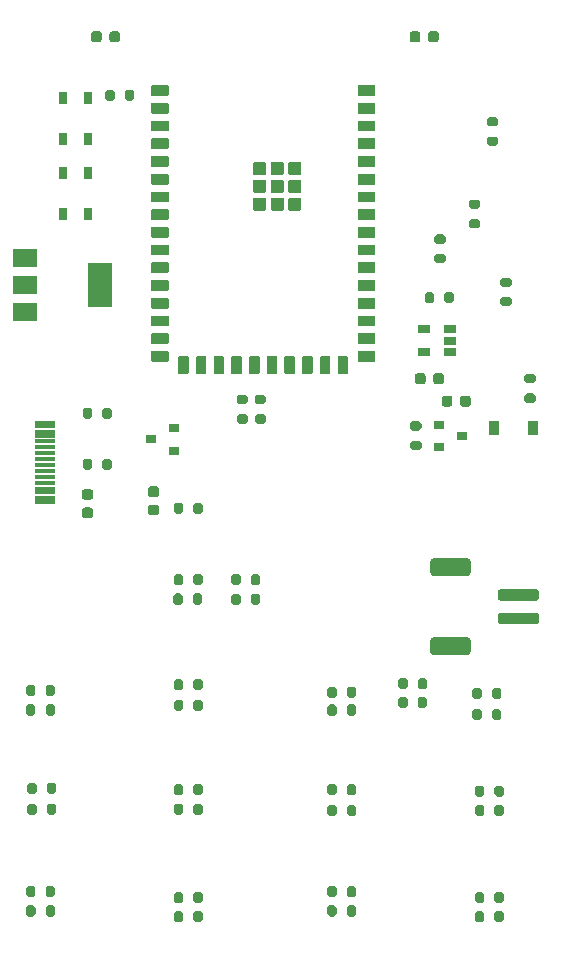
<source format=gbr>
%TF.GenerationSoftware,KiCad,Pcbnew,(5.1.12)-1*%
%TF.CreationDate,2022-08-12T17:27:40+02:00*%
%TF.ProjectId,upitchuS2,75706974-6368-4755-9332-2e6b69636164,1.1*%
%TF.SameCoordinates,Original*%
%TF.FileFunction,Paste,Bot*%
%TF.FilePolarity,Positive*%
%FSLAX46Y46*%
G04 Gerber Fmt 4.6, Leading zero omitted, Abs format (unit mm)*
G04 Created by KiCad (PCBNEW (5.1.12)-1) date 2022-08-12 17:27:40*
%MOMM*%
%LPD*%
G01*
G04 APERTURE LIST*
%ADD10R,0.900000X1.200000*%
%ADD11R,0.900000X0.800000*%
%ADD12R,0.650000X1.050000*%
%ADD13R,1.060000X0.650000*%
%ADD14R,1.750000X0.300000*%
%ADD15R,2.000000X3.800000*%
%ADD16R,2.000000X1.500000*%
G04 APERTURE END LIST*
D10*
%TO.C,D3*%
X130683000Y-87630000D03*
X127383000Y-87630000D03*
%TD*%
D11*
%TO.C,D2*%
X100330000Y-87630000D03*
X100330000Y-89530000D03*
X98330000Y-88580000D03*
%TD*%
D12*
%TO.C,SW2*%
X90900000Y-66000000D03*
X90900000Y-69465000D03*
X93000000Y-66000000D03*
X93000000Y-69465000D03*
%TD*%
D13*
%TO.C,U1*%
X121500000Y-79270000D03*
X121500000Y-81170000D03*
X123700000Y-81170000D03*
X123700000Y-80220000D03*
X123700000Y-79270000D03*
%TD*%
D11*
%TO.C,Q1*%
X122700000Y-89220000D03*
X122700000Y-87320000D03*
X124700000Y-88270000D03*
%TD*%
D12*
%TO.C,SW1*%
X93000000Y-63114000D03*
X93000000Y-59649000D03*
X90900000Y-63114000D03*
X90900000Y-59649000D03*
%TD*%
D14*
%TO.C,J101*%
X89350000Y-90250000D03*
X89350000Y-89750000D03*
X89350000Y-89250000D03*
X89350000Y-88750000D03*
X89350000Y-91250000D03*
X89350000Y-92250000D03*
X89350000Y-91750000D03*
X89350000Y-90750000D03*
X89350000Y-93850000D03*
X89350000Y-93550000D03*
X89350000Y-93050000D03*
X89350000Y-92750000D03*
X89350000Y-87950000D03*
X89350000Y-88250000D03*
X89350000Y-87450000D03*
X89350000Y-87150000D03*
%TD*%
D15*
%TO.C,U101*%
X94000000Y-75500000D03*
D16*
X87700000Y-75500000D03*
X87700000Y-73200000D03*
X87700000Y-77800000D03*
%TD*%
%TO.C,J1*%
G36*
G01*
X130950000Y-104250000D02*
X127950000Y-104250000D01*
G75*
G02*
X127700000Y-104000000I0J250000D01*
G01*
X127700000Y-103500000D01*
G75*
G02*
X127950000Y-103250000I250000J0D01*
G01*
X130950000Y-103250000D01*
G75*
G02*
X131200000Y-103500000I0J-250000D01*
G01*
X131200000Y-104000000D01*
G75*
G02*
X130950000Y-104250000I-250000J0D01*
G01*
G37*
G36*
G01*
X130950000Y-102250000D02*
X127950000Y-102250000D01*
G75*
G02*
X127700000Y-102000000I0J250000D01*
G01*
X127700000Y-101500000D01*
G75*
G02*
X127950000Y-101250000I250000J0D01*
G01*
X130950000Y-101250000D01*
G75*
G02*
X131200000Y-101500000I0J-250000D01*
G01*
X131200000Y-102000000D01*
G75*
G02*
X130950000Y-102250000I-250000J0D01*
G01*
G37*
G36*
G01*
X125150000Y-106850000D02*
X122250000Y-106850000D01*
G75*
G02*
X122000000Y-106600000I0J250000D01*
G01*
X122000000Y-105600000D01*
G75*
G02*
X122250000Y-105350000I250000J0D01*
G01*
X125150000Y-105350000D01*
G75*
G02*
X125400000Y-105600000I0J-250000D01*
G01*
X125400000Y-106600000D01*
G75*
G02*
X125150000Y-106850000I-250000J0D01*
G01*
G37*
G36*
G01*
X125150000Y-100150000D02*
X122250000Y-100150000D01*
G75*
G02*
X122000000Y-99900000I0J250000D01*
G01*
X122000000Y-98900000D01*
G75*
G02*
X122250000Y-98650000I250000J0D01*
G01*
X125150000Y-98650000D01*
G75*
G02*
X125400000Y-98900000I0J-250000D01*
G01*
X125400000Y-99900000D01*
G75*
G02*
X125150000Y-100150000I-250000J0D01*
G01*
G37*
%TD*%
%TO.C,C1*%
G36*
G01*
X92722000Y-92795000D02*
X93222000Y-92795000D01*
G75*
G02*
X93447000Y-93020000I0J-225000D01*
G01*
X93447000Y-93470000D01*
G75*
G02*
X93222000Y-93695000I-225000J0D01*
G01*
X92722000Y-93695000D01*
G75*
G02*
X92497000Y-93470000I0J225000D01*
G01*
X92497000Y-93020000D01*
G75*
G02*
X92722000Y-92795000I225000J0D01*
G01*
G37*
G36*
G01*
X92722000Y-94345000D02*
X93222000Y-94345000D01*
G75*
G02*
X93447000Y-94570000I0J-225000D01*
G01*
X93447000Y-95020000D01*
G75*
G02*
X93222000Y-95245000I-225000J0D01*
G01*
X92722000Y-95245000D01*
G75*
G02*
X92497000Y-95020000I0J225000D01*
G01*
X92497000Y-94570000D01*
G75*
G02*
X92722000Y-94345000I225000J0D01*
G01*
G37*
%TD*%
%TO.C,C6*%
G36*
G01*
X124518000Y-85594000D02*
X124518000Y-85094000D01*
G75*
G02*
X124743000Y-84869000I225000J0D01*
G01*
X125193000Y-84869000D01*
G75*
G02*
X125418000Y-85094000I0J-225000D01*
G01*
X125418000Y-85594000D01*
G75*
G02*
X125193000Y-85819000I-225000J0D01*
G01*
X124743000Y-85819000D01*
G75*
G02*
X124518000Y-85594000I0J225000D01*
G01*
G37*
G36*
G01*
X122968000Y-85594000D02*
X122968000Y-85094000D01*
G75*
G02*
X123193000Y-84869000I225000J0D01*
G01*
X123643000Y-84869000D01*
G75*
G02*
X123868000Y-85094000I0J-225000D01*
G01*
X123868000Y-85594000D01*
G75*
G02*
X123643000Y-85819000I-225000J0D01*
G01*
X123193000Y-85819000D01*
G75*
G02*
X122968000Y-85594000I0J225000D01*
G01*
G37*
%TD*%
%TO.C,C8*%
G36*
G01*
X98810000Y-93461000D02*
X98310000Y-93461000D01*
G75*
G02*
X98085000Y-93236000I0J225000D01*
G01*
X98085000Y-92786000D01*
G75*
G02*
X98310000Y-92561000I225000J0D01*
G01*
X98810000Y-92561000D01*
G75*
G02*
X99035000Y-92786000I0J-225000D01*
G01*
X99035000Y-93236000D01*
G75*
G02*
X98810000Y-93461000I-225000J0D01*
G01*
G37*
G36*
G01*
X98810000Y-95011000D02*
X98310000Y-95011000D01*
G75*
G02*
X98085000Y-94786000I0J225000D01*
G01*
X98085000Y-94336000D01*
G75*
G02*
X98310000Y-94111000I225000J0D01*
G01*
X98810000Y-94111000D01*
G75*
G02*
X99035000Y-94336000I0J-225000D01*
G01*
X99035000Y-94786000D01*
G75*
G02*
X98810000Y-95011000I-225000J0D01*
G01*
G37*
%TD*%
%TO.C,C9*%
G36*
G01*
X120691000Y-83699000D02*
X120691000Y-83199000D01*
G75*
G02*
X120916000Y-82974000I225000J0D01*
G01*
X121366000Y-82974000D01*
G75*
G02*
X121591000Y-83199000I0J-225000D01*
G01*
X121591000Y-83699000D01*
G75*
G02*
X121366000Y-83924000I-225000J0D01*
G01*
X120916000Y-83924000D01*
G75*
G02*
X120691000Y-83699000I0J225000D01*
G01*
G37*
G36*
G01*
X122241000Y-83699000D02*
X122241000Y-83199000D01*
G75*
G02*
X122466000Y-82974000I225000J0D01*
G01*
X122916000Y-82974000D01*
G75*
G02*
X123141000Y-83199000I0J-225000D01*
G01*
X123141000Y-83699000D01*
G75*
G02*
X122916000Y-83924000I-225000J0D01*
G01*
X122466000Y-83924000D01*
G75*
G02*
X122241000Y-83699000I0J225000D01*
G01*
G37*
%TD*%
%TO.C,C101*%
G36*
G01*
X95725000Y-54250000D02*
X95725000Y-54750000D01*
G75*
G02*
X95500000Y-54975000I-225000J0D01*
G01*
X95050000Y-54975000D01*
G75*
G02*
X94825000Y-54750000I0J225000D01*
G01*
X94825000Y-54250000D01*
G75*
G02*
X95050000Y-54025000I225000J0D01*
G01*
X95500000Y-54025000D01*
G75*
G02*
X95725000Y-54250000I0J-225000D01*
G01*
G37*
G36*
G01*
X94175000Y-54250000D02*
X94175000Y-54750000D01*
G75*
G02*
X93950000Y-54975000I-225000J0D01*
G01*
X93500000Y-54975000D01*
G75*
G02*
X93275000Y-54750000I0J225000D01*
G01*
X93275000Y-54250000D01*
G75*
G02*
X93500000Y-54025000I225000J0D01*
G01*
X93950000Y-54025000D01*
G75*
G02*
X94175000Y-54250000I0J-225000D01*
G01*
G37*
%TD*%
%TO.C,C102*%
G36*
G01*
X121155000Y-54250000D02*
X121155000Y-54750000D01*
G75*
G02*
X120930000Y-54975000I-225000J0D01*
G01*
X120480000Y-54975000D01*
G75*
G02*
X120255000Y-54750000I0J225000D01*
G01*
X120255000Y-54250000D01*
G75*
G02*
X120480000Y-54025000I225000J0D01*
G01*
X120930000Y-54025000D01*
G75*
G02*
X121155000Y-54250000I0J-225000D01*
G01*
G37*
G36*
G01*
X122705000Y-54250000D02*
X122705000Y-54750000D01*
G75*
G02*
X122480000Y-54975000I-225000J0D01*
G01*
X122030000Y-54975000D01*
G75*
G02*
X121805000Y-54750000I0J225000D01*
G01*
X121805000Y-54250000D01*
G75*
G02*
X122030000Y-54025000I225000J0D01*
G01*
X122480000Y-54025000D01*
G75*
G02*
X122705000Y-54250000I0J-225000D01*
G01*
G37*
%TD*%
%TO.C,R1*%
G36*
G01*
X121521000Y-76856000D02*
X121521000Y-76306000D01*
G75*
G02*
X121721000Y-76106000I200000J0D01*
G01*
X122121000Y-76106000D01*
G75*
G02*
X122321000Y-76306000I0J-200000D01*
G01*
X122321000Y-76856000D01*
G75*
G02*
X122121000Y-77056000I-200000J0D01*
G01*
X121721000Y-77056000D01*
G75*
G02*
X121521000Y-76856000I0J200000D01*
G01*
G37*
G36*
G01*
X123171000Y-76856000D02*
X123171000Y-76306000D01*
G75*
G02*
X123371000Y-76106000I200000J0D01*
G01*
X123771000Y-76106000D01*
G75*
G02*
X123971000Y-76306000I0J-200000D01*
G01*
X123971000Y-76856000D01*
G75*
G02*
X123771000Y-77056000I-200000J0D01*
G01*
X123371000Y-77056000D01*
G75*
G02*
X123171000Y-76856000I0J200000D01*
G01*
G37*
%TD*%
%TO.C,R2*%
G36*
G01*
X100285000Y-94675000D02*
X100285000Y-94125000D01*
G75*
G02*
X100485000Y-93925000I200000J0D01*
G01*
X100885000Y-93925000D01*
G75*
G02*
X101085000Y-94125000I0J-200000D01*
G01*
X101085000Y-94675000D01*
G75*
G02*
X100885000Y-94875000I-200000J0D01*
G01*
X100485000Y-94875000D01*
G75*
G02*
X100285000Y-94675000I0J200000D01*
G01*
G37*
G36*
G01*
X101935000Y-94675000D02*
X101935000Y-94125000D01*
G75*
G02*
X102135000Y-93925000I200000J0D01*
G01*
X102535000Y-93925000D01*
G75*
G02*
X102735000Y-94125000I0J-200000D01*
G01*
X102735000Y-94675000D01*
G75*
G02*
X102535000Y-94875000I-200000J0D01*
G01*
X102135000Y-94875000D01*
G75*
G02*
X101935000Y-94675000I0J200000D01*
G01*
G37*
%TD*%
%TO.C,R3*%
G36*
G01*
X95270000Y-59161000D02*
X95270000Y-59711000D01*
G75*
G02*
X95070000Y-59911000I-200000J0D01*
G01*
X94670000Y-59911000D01*
G75*
G02*
X94470000Y-59711000I0J200000D01*
G01*
X94470000Y-59161000D01*
G75*
G02*
X94670000Y-58961000I200000J0D01*
G01*
X95070000Y-58961000D01*
G75*
G02*
X95270000Y-59161000I0J-200000D01*
G01*
G37*
G36*
G01*
X96920000Y-59161000D02*
X96920000Y-59711000D01*
G75*
G02*
X96720000Y-59911000I-200000J0D01*
G01*
X96320000Y-59911000D01*
G75*
G02*
X96120000Y-59711000I0J200000D01*
G01*
X96120000Y-59161000D01*
G75*
G02*
X96320000Y-58961000I200000J0D01*
G01*
X96720000Y-58961000D01*
G75*
G02*
X96920000Y-59161000I0J-200000D01*
G01*
G37*
%TD*%
%TO.C,R4*%
G36*
G01*
X107873000Y-87234000D02*
X107323000Y-87234000D01*
G75*
G02*
X107123000Y-87034000I0J200000D01*
G01*
X107123000Y-86634000D01*
G75*
G02*
X107323000Y-86434000I200000J0D01*
G01*
X107873000Y-86434000D01*
G75*
G02*
X108073000Y-86634000I0J-200000D01*
G01*
X108073000Y-87034000D01*
G75*
G02*
X107873000Y-87234000I-200000J0D01*
G01*
G37*
G36*
G01*
X107873000Y-85584000D02*
X107323000Y-85584000D01*
G75*
G02*
X107123000Y-85384000I0J200000D01*
G01*
X107123000Y-84984000D01*
G75*
G02*
X107323000Y-84784000I200000J0D01*
G01*
X107873000Y-84784000D01*
G75*
G02*
X108073000Y-84984000I0J-200000D01*
G01*
X108073000Y-85384000D01*
G75*
G02*
X107873000Y-85584000I-200000J0D01*
G01*
G37*
%TD*%
%TO.C,R5*%
G36*
G01*
X106349000Y-85584000D02*
X105799000Y-85584000D01*
G75*
G02*
X105599000Y-85384000I0J200000D01*
G01*
X105599000Y-84984000D01*
G75*
G02*
X105799000Y-84784000I200000J0D01*
G01*
X106349000Y-84784000D01*
G75*
G02*
X106549000Y-84984000I0J-200000D01*
G01*
X106549000Y-85384000D01*
G75*
G02*
X106349000Y-85584000I-200000J0D01*
G01*
G37*
G36*
G01*
X106349000Y-87234000D02*
X105799000Y-87234000D01*
G75*
G02*
X105599000Y-87034000I0J200000D01*
G01*
X105599000Y-86634000D01*
G75*
G02*
X105799000Y-86434000I200000J0D01*
G01*
X106349000Y-86434000D01*
G75*
G02*
X106549000Y-86634000I0J-200000D01*
G01*
X106549000Y-87034000D01*
G75*
G02*
X106349000Y-87234000I-200000J0D01*
G01*
G37*
%TD*%
%TO.C,R6*%
G36*
G01*
X123084000Y-72029000D02*
X122534000Y-72029000D01*
G75*
G02*
X122334000Y-71829000I0J200000D01*
G01*
X122334000Y-71429000D01*
G75*
G02*
X122534000Y-71229000I200000J0D01*
G01*
X123084000Y-71229000D01*
G75*
G02*
X123284000Y-71429000I0J-200000D01*
G01*
X123284000Y-71829000D01*
G75*
G02*
X123084000Y-72029000I-200000J0D01*
G01*
G37*
G36*
G01*
X123084000Y-73679000D02*
X122534000Y-73679000D01*
G75*
G02*
X122334000Y-73479000I0J200000D01*
G01*
X122334000Y-73079000D01*
G75*
G02*
X122534000Y-72879000I200000J0D01*
G01*
X123084000Y-72879000D01*
G75*
G02*
X123284000Y-73079000I0J-200000D01*
G01*
X123284000Y-73479000D01*
G75*
G02*
X123084000Y-73679000I-200000J0D01*
G01*
G37*
%TD*%
%TO.C,R9*%
G36*
G01*
X130704000Y-83839000D02*
X130154000Y-83839000D01*
G75*
G02*
X129954000Y-83639000I0J200000D01*
G01*
X129954000Y-83239000D01*
G75*
G02*
X130154000Y-83039000I200000J0D01*
G01*
X130704000Y-83039000D01*
G75*
G02*
X130904000Y-83239000I0J-200000D01*
G01*
X130904000Y-83639000D01*
G75*
G02*
X130704000Y-83839000I-200000J0D01*
G01*
G37*
G36*
G01*
X130704000Y-85489000D02*
X130154000Y-85489000D01*
G75*
G02*
X129954000Y-85289000I0J200000D01*
G01*
X129954000Y-84889000D01*
G75*
G02*
X130154000Y-84689000I200000J0D01*
G01*
X130704000Y-84689000D01*
G75*
G02*
X130904000Y-84889000I0J-200000D01*
G01*
X130904000Y-85289000D01*
G75*
G02*
X130704000Y-85489000I-200000J0D01*
G01*
G37*
%TD*%
%TO.C,R14*%
G36*
G01*
X125463000Y-69923000D02*
X126013000Y-69923000D01*
G75*
G02*
X126213000Y-70123000I0J-200000D01*
G01*
X126213000Y-70523000D01*
G75*
G02*
X126013000Y-70723000I-200000J0D01*
G01*
X125463000Y-70723000D01*
G75*
G02*
X125263000Y-70523000I0J200000D01*
G01*
X125263000Y-70123000D01*
G75*
G02*
X125463000Y-69923000I200000J0D01*
G01*
G37*
G36*
G01*
X125463000Y-68273000D02*
X126013000Y-68273000D01*
G75*
G02*
X126213000Y-68473000I0J-200000D01*
G01*
X126213000Y-68873000D01*
G75*
G02*
X126013000Y-69073000I-200000J0D01*
G01*
X125463000Y-69073000D01*
G75*
G02*
X125263000Y-68873000I0J200000D01*
G01*
X125263000Y-68473000D01*
G75*
G02*
X125463000Y-68273000I200000J0D01*
G01*
G37*
%TD*%
%TO.C,R16*%
G36*
G01*
X128130000Y-76525000D02*
X128680000Y-76525000D01*
G75*
G02*
X128880000Y-76725000I0J-200000D01*
G01*
X128880000Y-77125000D01*
G75*
G02*
X128680000Y-77325000I-200000J0D01*
G01*
X128130000Y-77325000D01*
G75*
G02*
X127930000Y-77125000I0J200000D01*
G01*
X127930000Y-76725000D01*
G75*
G02*
X128130000Y-76525000I200000J0D01*
G01*
G37*
G36*
G01*
X128130000Y-74875000D02*
X128680000Y-74875000D01*
G75*
G02*
X128880000Y-75075000I0J-200000D01*
G01*
X128880000Y-75475000D01*
G75*
G02*
X128680000Y-75675000I-200000J0D01*
G01*
X128130000Y-75675000D01*
G75*
G02*
X127930000Y-75475000I0J200000D01*
G01*
X127930000Y-75075000D01*
G75*
G02*
X128130000Y-74875000I200000J0D01*
G01*
G37*
%TD*%
%TO.C,R17*%
G36*
G01*
X127537000Y-63736000D02*
X126987000Y-63736000D01*
G75*
G02*
X126787000Y-63536000I0J200000D01*
G01*
X126787000Y-63136000D01*
G75*
G02*
X126987000Y-62936000I200000J0D01*
G01*
X127537000Y-62936000D01*
G75*
G02*
X127737000Y-63136000I0J-200000D01*
G01*
X127737000Y-63536000D01*
G75*
G02*
X127537000Y-63736000I-200000J0D01*
G01*
G37*
G36*
G01*
X127537000Y-62086000D02*
X126987000Y-62086000D01*
G75*
G02*
X126787000Y-61886000I0J200000D01*
G01*
X126787000Y-61486000D01*
G75*
G02*
X126987000Y-61286000I200000J0D01*
G01*
X127537000Y-61286000D01*
G75*
G02*
X127737000Y-61486000I0J-200000D01*
G01*
X127737000Y-61886000D01*
G75*
G02*
X127537000Y-62086000I-200000J0D01*
G01*
G37*
%TD*%
%TO.C,R19*%
G36*
G01*
X121052000Y-89495000D02*
X120502000Y-89495000D01*
G75*
G02*
X120302000Y-89295000I0J200000D01*
G01*
X120302000Y-88895000D01*
G75*
G02*
X120502000Y-88695000I200000J0D01*
G01*
X121052000Y-88695000D01*
G75*
G02*
X121252000Y-88895000I0J-200000D01*
G01*
X121252000Y-89295000D01*
G75*
G02*
X121052000Y-89495000I-200000J0D01*
G01*
G37*
G36*
G01*
X121052000Y-87845000D02*
X120502000Y-87845000D01*
G75*
G02*
X120302000Y-87645000I0J200000D01*
G01*
X120302000Y-87245000D01*
G75*
G02*
X120502000Y-87045000I200000J0D01*
G01*
X121052000Y-87045000D01*
G75*
G02*
X121252000Y-87245000I0J-200000D01*
G01*
X121252000Y-87645000D01*
G75*
G02*
X121052000Y-87845000I-200000J0D01*
G01*
G37*
%TD*%
%TO.C,R101*%
G36*
G01*
X89525000Y-120175000D02*
X89525000Y-119625000D01*
G75*
G02*
X89725000Y-119425000I200000J0D01*
G01*
X90125000Y-119425000D01*
G75*
G02*
X90325000Y-119625000I0J-200000D01*
G01*
X90325000Y-120175000D01*
G75*
G02*
X90125000Y-120375000I-200000J0D01*
G01*
X89725000Y-120375000D01*
G75*
G02*
X89525000Y-120175000I0J200000D01*
G01*
G37*
G36*
G01*
X87875000Y-120175000D02*
X87875000Y-119625000D01*
G75*
G02*
X88075000Y-119425000I200000J0D01*
G01*
X88475000Y-119425000D01*
G75*
G02*
X88675000Y-119625000I0J-200000D01*
G01*
X88675000Y-120175000D01*
G75*
G02*
X88475000Y-120375000I-200000J0D01*
G01*
X88075000Y-120375000D01*
G75*
G02*
X87875000Y-120175000I0J200000D01*
G01*
G37*
%TD*%
%TO.C,R102*%
G36*
G01*
X88565000Y-126598000D02*
X88565000Y-127148000D01*
G75*
G02*
X88365000Y-127348000I-200000J0D01*
G01*
X87965000Y-127348000D01*
G75*
G02*
X87765000Y-127148000I0J200000D01*
G01*
X87765000Y-126598000D01*
G75*
G02*
X87965000Y-126398000I200000J0D01*
G01*
X88365000Y-126398000D01*
G75*
G02*
X88565000Y-126598000I0J-200000D01*
G01*
G37*
G36*
G01*
X90215000Y-126598000D02*
X90215000Y-127148000D01*
G75*
G02*
X90015000Y-127348000I-200000J0D01*
G01*
X89615000Y-127348000D01*
G75*
G02*
X89415000Y-127148000I0J200000D01*
G01*
X89415000Y-126598000D01*
G75*
G02*
X89615000Y-126398000I200000J0D01*
G01*
X90015000Y-126398000D01*
G75*
G02*
X90215000Y-126598000I0J-200000D01*
G01*
G37*
%TD*%
%TO.C,R103*%
G36*
G01*
X89415000Y-111775000D02*
X89415000Y-111225000D01*
G75*
G02*
X89615000Y-111025000I200000J0D01*
G01*
X90015000Y-111025000D01*
G75*
G02*
X90215000Y-111225000I0J-200000D01*
G01*
X90215000Y-111775000D01*
G75*
G02*
X90015000Y-111975000I-200000J0D01*
G01*
X89615000Y-111975000D01*
G75*
G02*
X89415000Y-111775000I0J200000D01*
G01*
G37*
G36*
G01*
X87765000Y-111775000D02*
X87765000Y-111225000D01*
G75*
G02*
X87965000Y-111025000I200000J0D01*
G01*
X88365000Y-111025000D01*
G75*
G02*
X88565000Y-111225000I0J-200000D01*
G01*
X88565000Y-111775000D01*
G75*
G02*
X88365000Y-111975000I-200000J0D01*
G01*
X87965000Y-111975000D01*
G75*
G02*
X87765000Y-111775000I0J200000D01*
G01*
G37*
%TD*%
%TO.C,R104*%
G36*
G01*
X120915000Y-111146000D02*
X120915000Y-110596000D01*
G75*
G02*
X121115000Y-110396000I200000J0D01*
G01*
X121515000Y-110396000D01*
G75*
G02*
X121715000Y-110596000I0J-200000D01*
G01*
X121715000Y-111146000D01*
G75*
G02*
X121515000Y-111346000I-200000J0D01*
G01*
X121115000Y-111346000D01*
G75*
G02*
X120915000Y-111146000I0J200000D01*
G01*
G37*
G36*
G01*
X119265000Y-111146000D02*
X119265000Y-110596000D01*
G75*
G02*
X119465000Y-110396000I200000J0D01*
G01*
X119865000Y-110396000D01*
G75*
G02*
X120065000Y-110596000I0J-200000D01*
G01*
X120065000Y-111146000D01*
G75*
G02*
X119865000Y-111346000I-200000J0D01*
G01*
X119465000Y-111346000D01*
G75*
G02*
X119265000Y-111146000I0J200000D01*
G01*
G37*
%TD*%
%TO.C,R105*%
G36*
G01*
X90325000Y-117835000D02*
X90325000Y-118385000D01*
G75*
G02*
X90125000Y-118585000I-200000J0D01*
G01*
X89725000Y-118585000D01*
G75*
G02*
X89525000Y-118385000I0J200000D01*
G01*
X89525000Y-117835000D01*
G75*
G02*
X89725000Y-117635000I200000J0D01*
G01*
X90125000Y-117635000D01*
G75*
G02*
X90325000Y-117835000I0J-200000D01*
G01*
G37*
G36*
G01*
X88675000Y-117835000D02*
X88675000Y-118385000D01*
G75*
G02*
X88475000Y-118585000I-200000J0D01*
G01*
X88075000Y-118585000D01*
G75*
G02*
X87875000Y-118385000I0J200000D01*
G01*
X87875000Y-117835000D01*
G75*
G02*
X88075000Y-117635000I200000J0D01*
G01*
X88475000Y-117635000D01*
G75*
G02*
X88675000Y-117835000I0J-200000D01*
G01*
G37*
%TD*%
%TO.C,R106*%
G36*
G01*
X87775000Y-128775000D02*
X87775000Y-128225000D01*
G75*
G02*
X87975000Y-128025000I200000J0D01*
G01*
X88375000Y-128025000D01*
G75*
G02*
X88575000Y-128225000I0J-200000D01*
G01*
X88575000Y-128775000D01*
G75*
G02*
X88375000Y-128975000I-200000J0D01*
G01*
X87975000Y-128975000D01*
G75*
G02*
X87775000Y-128775000I0J200000D01*
G01*
G37*
G36*
G01*
X89425000Y-128775000D02*
X89425000Y-128225000D01*
G75*
G02*
X89625000Y-128025000I200000J0D01*
G01*
X90025000Y-128025000D01*
G75*
G02*
X90225000Y-128225000I0J-200000D01*
G01*
X90225000Y-128775000D01*
G75*
G02*
X90025000Y-128975000I-200000J0D01*
G01*
X89625000Y-128975000D01*
G75*
G02*
X89425000Y-128775000I0J200000D01*
G01*
G37*
%TD*%
%TO.C,R107*%
G36*
G01*
X90215000Y-109580000D02*
X90215000Y-110130000D01*
G75*
G02*
X90015000Y-110330000I-200000J0D01*
G01*
X89615000Y-110330000D01*
G75*
G02*
X89415000Y-110130000I0J200000D01*
G01*
X89415000Y-109580000D01*
G75*
G02*
X89615000Y-109380000I200000J0D01*
G01*
X90015000Y-109380000D01*
G75*
G02*
X90215000Y-109580000I0J-200000D01*
G01*
G37*
G36*
G01*
X88565000Y-109580000D02*
X88565000Y-110130000D01*
G75*
G02*
X88365000Y-110330000I-200000J0D01*
G01*
X87965000Y-110330000D01*
G75*
G02*
X87765000Y-110130000I0J200000D01*
G01*
X87765000Y-109580000D01*
G75*
G02*
X87965000Y-109380000I200000J0D01*
G01*
X88365000Y-109380000D01*
G75*
G02*
X88565000Y-109580000I0J-200000D01*
G01*
G37*
%TD*%
%TO.C,R108*%
G36*
G01*
X121735000Y-108987000D02*
X121735000Y-109537000D01*
G75*
G02*
X121535000Y-109737000I-200000J0D01*
G01*
X121135000Y-109737000D01*
G75*
G02*
X120935000Y-109537000I0J200000D01*
G01*
X120935000Y-108987000D01*
G75*
G02*
X121135000Y-108787000I200000J0D01*
G01*
X121535000Y-108787000D01*
G75*
G02*
X121735000Y-108987000I0J-200000D01*
G01*
G37*
G36*
G01*
X120085000Y-108987000D02*
X120085000Y-109537000D01*
G75*
G02*
X119885000Y-109737000I-200000J0D01*
G01*
X119485000Y-109737000D01*
G75*
G02*
X119285000Y-109537000I0J200000D01*
G01*
X119285000Y-108987000D01*
G75*
G02*
X119485000Y-108787000I200000J0D01*
G01*
X119885000Y-108787000D01*
G75*
G02*
X120085000Y-108987000I0J-200000D01*
G01*
G37*
%TD*%
%TO.C,R109*%
G36*
G01*
X101085000Y-117962000D02*
X101085000Y-118512000D01*
G75*
G02*
X100885000Y-118712000I-200000J0D01*
G01*
X100485000Y-118712000D01*
G75*
G02*
X100285000Y-118512000I0J200000D01*
G01*
X100285000Y-117962000D01*
G75*
G02*
X100485000Y-117762000I200000J0D01*
G01*
X100885000Y-117762000D01*
G75*
G02*
X101085000Y-117962000I0J-200000D01*
G01*
G37*
G36*
G01*
X102735000Y-117962000D02*
X102735000Y-118512000D01*
G75*
G02*
X102535000Y-118712000I-200000J0D01*
G01*
X102135000Y-118712000D01*
G75*
G02*
X101935000Y-118512000I0J200000D01*
G01*
X101935000Y-117962000D01*
G75*
G02*
X102135000Y-117762000I200000J0D01*
G01*
X102535000Y-117762000D01*
G75*
G02*
X102735000Y-117962000I0J-200000D01*
G01*
G37*
%TD*%
%TO.C,R110*%
G36*
G01*
X102715000Y-127106000D02*
X102715000Y-127656000D01*
G75*
G02*
X102515000Y-127856000I-200000J0D01*
G01*
X102115000Y-127856000D01*
G75*
G02*
X101915000Y-127656000I0J200000D01*
G01*
X101915000Y-127106000D01*
G75*
G02*
X102115000Y-126906000I200000J0D01*
G01*
X102515000Y-126906000D01*
G75*
G02*
X102715000Y-127106000I0J-200000D01*
G01*
G37*
G36*
G01*
X101065000Y-127106000D02*
X101065000Y-127656000D01*
G75*
G02*
X100865000Y-127856000I-200000J0D01*
G01*
X100465000Y-127856000D01*
G75*
G02*
X100265000Y-127656000I0J200000D01*
G01*
X100265000Y-127106000D01*
G75*
G02*
X100465000Y-126906000I200000J0D01*
G01*
X100865000Y-126906000D01*
G75*
G02*
X101065000Y-127106000I0J-200000D01*
G01*
G37*
%TD*%
%TO.C,R111*%
G36*
G01*
X101935000Y-111375000D02*
X101935000Y-110825000D01*
G75*
G02*
X102135000Y-110625000I200000J0D01*
G01*
X102535000Y-110625000D01*
G75*
G02*
X102735000Y-110825000I0J-200000D01*
G01*
X102735000Y-111375000D01*
G75*
G02*
X102535000Y-111575000I-200000J0D01*
G01*
X102135000Y-111575000D01*
G75*
G02*
X101935000Y-111375000I0J200000D01*
G01*
G37*
G36*
G01*
X100285000Y-111375000D02*
X100285000Y-110825000D01*
G75*
G02*
X100485000Y-110625000I200000J0D01*
G01*
X100885000Y-110625000D01*
G75*
G02*
X101085000Y-110825000I0J-200000D01*
G01*
X101085000Y-111375000D01*
G75*
G02*
X100885000Y-111575000I-200000J0D01*
G01*
X100485000Y-111575000D01*
G75*
G02*
X100285000Y-111375000I0J200000D01*
G01*
G37*
%TD*%
%TO.C,R112*%
G36*
G01*
X100230000Y-102375000D02*
X100230000Y-101825000D01*
G75*
G02*
X100430000Y-101625000I200000J0D01*
G01*
X100830000Y-101625000D01*
G75*
G02*
X101030000Y-101825000I0J-200000D01*
G01*
X101030000Y-102375000D01*
G75*
G02*
X100830000Y-102575000I-200000J0D01*
G01*
X100430000Y-102575000D01*
G75*
G02*
X100230000Y-102375000I0J200000D01*
G01*
G37*
G36*
G01*
X101880000Y-102375000D02*
X101880000Y-101825000D01*
G75*
G02*
X102080000Y-101625000I200000J0D01*
G01*
X102480000Y-101625000D01*
G75*
G02*
X102680000Y-101825000I0J-200000D01*
G01*
X102680000Y-102375000D01*
G75*
G02*
X102480000Y-102575000I-200000J0D01*
G01*
X102080000Y-102575000D01*
G75*
G02*
X101880000Y-102375000I0J200000D01*
G01*
G37*
%TD*%
%TO.C,R113*%
G36*
G01*
X126365000Y-109825000D02*
X126365000Y-110375000D01*
G75*
G02*
X126165000Y-110575000I-200000J0D01*
G01*
X125765000Y-110575000D01*
G75*
G02*
X125565000Y-110375000I0J200000D01*
G01*
X125565000Y-109825000D01*
G75*
G02*
X125765000Y-109625000I200000J0D01*
G01*
X126165000Y-109625000D01*
G75*
G02*
X126365000Y-109825000I0J-200000D01*
G01*
G37*
G36*
G01*
X128015000Y-109825000D02*
X128015000Y-110375000D01*
G75*
G02*
X127815000Y-110575000I-200000J0D01*
G01*
X127415000Y-110575000D01*
G75*
G02*
X127215000Y-110375000I0J200000D01*
G01*
X127215000Y-109825000D01*
G75*
G02*
X127415000Y-109625000I200000J0D01*
G01*
X127815000Y-109625000D01*
G75*
G02*
X128015000Y-109825000I0J-200000D01*
G01*
G37*
%TD*%
%TO.C,R114*%
G36*
G01*
X100265000Y-120175000D02*
X100265000Y-119625000D01*
G75*
G02*
X100465000Y-119425000I200000J0D01*
G01*
X100865000Y-119425000D01*
G75*
G02*
X101065000Y-119625000I0J-200000D01*
G01*
X101065000Y-120175000D01*
G75*
G02*
X100865000Y-120375000I-200000J0D01*
G01*
X100465000Y-120375000D01*
G75*
G02*
X100265000Y-120175000I0J200000D01*
G01*
G37*
G36*
G01*
X101915000Y-120175000D02*
X101915000Y-119625000D01*
G75*
G02*
X102115000Y-119425000I200000J0D01*
G01*
X102515000Y-119425000D01*
G75*
G02*
X102715000Y-119625000I0J-200000D01*
G01*
X102715000Y-120175000D01*
G75*
G02*
X102515000Y-120375000I-200000J0D01*
G01*
X102115000Y-120375000D01*
G75*
G02*
X101915000Y-120175000I0J200000D01*
G01*
G37*
%TD*%
%TO.C,R115*%
G36*
G01*
X100265000Y-129275000D02*
X100265000Y-128725000D01*
G75*
G02*
X100465000Y-128525000I200000J0D01*
G01*
X100865000Y-128525000D01*
G75*
G02*
X101065000Y-128725000I0J-200000D01*
G01*
X101065000Y-129275000D01*
G75*
G02*
X100865000Y-129475000I-200000J0D01*
G01*
X100465000Y-129475000D01*
G75*
G02*
X100265000Y-129275000I0J200000D01*
G01*
G37*
G36*
G01*
X101915000Y-129275000D02*
X101915000Y-128725000D01*
G75*
G02*
X102115000Y-128525000I200000J0D01*
G01*
X102515000Y-128525000D01*
G75*
G02*
X102715000Y-128725000I0J-200000D01*
G01*
X102715000Y-129275000D01*
G75*
G02*
X102515000Y-129475000I-200000J0D01*
G01*
X102115000Y-129475000D01*
G75*
G02*
X101915000Y-129275000I0J200000D01*
G01*
G37*
%TD*%
%TO.C,R116*%
G36*
G01*
X102715000Y-109072000D02*
X102715000Y-109622000D01*
G75*
G02*
X102515000Y-109822000I-200000J0D01*
G01*
X102115000Y-109822000D01*
G75*
G02*
X101915000Y-109622000I0J200000D01*
G01*
X101915000Y-109072000D01*
G75*
G02*
X102115000Y-108872000I200000J0D01*
G01*
X102515000Y-108872000D01*
G75*
G02*
X102715000Y-109072000I0J-200000D01*
G01*
G37*
G36*
G01*
X101065000Y-109072000D02*
X101065000Y-109622000D01*
G75*
G02*
X100865000Y-109822000I-200000J0D01*
G01*
X100465000Y-109822000D01*
G75*
G02*
X100265000Y-109622000I0J200000D01*
G01*
X100265000Y-109072000D01*
G75*
G02*
X100465000Y-108872000I200000J0D01*
G01*
X100865000Y-108872000D01*
G75*
G02*
X101065000Y-109072000I0J-200000D01*
G01*
G37*
%TD*%
%TO.C,R117*%
G36*
G01*
X101075000Y-100182000D02*
X101075000Y-100732000D01*
G75*
G02*
X100875000Y-100932000I-200000J0D01*
G01*
X100475000Y-100932000D01*
G75*
G02*
X100275000Y-100732000I0J200000D01*
G01*
X100275000Y-100182000D01*
G75*
G02*
X100475000Y-99982000I200000J0D01*
G01*
X100875000Y-99982000D01*
G75*
G02*
X101075000Y-100182000I0J-200000D01*
G01*
G37*
G36*
G01*
X102725000Y-100182000D02*
X102725000Y-100732000D01*
G75*
G02*
X102525000Y-100932000I-200000J0D01*
G01*
X102125000Y-100932000D01*
G75*
G02*
X101925000Y-100732000I0J200000D01*
G01*
X101925000Y-100182000D01*
G75*
G02*
X102125000Y-99982000I200000J0D01*
G01*
X102525000Y-99982000D01*
G75*
G02*
X102725000Y-100182000I0J-200000D01*
G01*
G37*
%TD*%
%TO.C,R118*%
G36*
G01*
X125565000Y-112162000D02*
X125565000Y-111612000D01*
G75*
G02*
X125765000Y-111412000I200000J0D01*
G01*
X126165000Y-111412000D01*
G75*
G02*
X126365000Y-111612000I0J-200000D01*
G01*
X126365000Y-112162000D01*
G75*
G02*
X126165000Y-112362000I-200000J0D01*
G01*
X125765000Y-112362000D01*
G75*
G02*
X125565000Y-112162000I0J200000D01*
G01*
G37*
G36*
G01*
X127215000Y-112162000D02*
X127215000Y-111612000D01*
G75*
G02*
X127415000Y-111412000I200000J0D01*
G01*
X127815000Y-111412000D01*
G75*
G02*
X128015000Y-111612000I0J-200000D01*
G01*
X128015000Y-112162000D01*
G75*
G02*
X127815000Y-112362000I-200000J0D01*
G01*
X127415000Y-112362000D01*
G75*
G02*
X127215000Y-112162000I0J200000D01*
G01*
G37*
%TD*%
%TO.C,R119*%
G36*
G01*
X114925000Y-120275000D02*
X114925000Y-119725000D01*
G75*
G02*
X115125000Y-119525000I200000J0D01*
G01*
X115525000Y-119525000D01*
G75*
G02*
X115725000Y-119725000I0J-200000D01*
G01*
X115725000Y-120275000D01*
G75*
G02*
X115525000Y-120475000I-200000J0D01*
G01*
X115125000Y-120475000D01*
G75*
G02*
X114925000Y-120275000I0J200000D01*
G01*
G37*
G36*
G01*
X113275000Y-120275000D02*
X113275000Y-119725000D01*
G75*
G02*
X113475000Y-119525000I200000J0D01*
G01*
X113875000Y-119525000D01*
G75*
G02*
X114075000Y-119725000I0J-200000D01*
G01*
X114075000Y-120275000D01*
G75*
G02*
X113875000Y-120475000I-200000J0D01*
G01*
X113475000Y-120475000D01*
G75*
G02*
X113275000Y-120275000I0J200000D01*
G01*
G37*
%TD*%
%TO.C,R120*%
G36*
G01*
X114915000Y-128775000D02*
X114915000Y-128225000D01*
G75*
G02*
X115115000Y-128025000I200000J0D01*
G01*
X115515000Y-128025000D01*
G75*
G02*
X115715000Y-128225000I0J-200000D01*
G01*
X115715000Y-128775000D01*
G75*
G02*
X115515000Y-128975000I-200000J0D01*
G01*
X115115000Y-128975000D01*
G75*
G02*
X114915000Y-128775000I0J200000D01*
G01*
G37*
G36*
G01*
X113265000Y-128775000D02*
X113265000Y-128225000D01*
G75*
G02*
X113465000Y-128025000I200000J0D01*
G01*
X113865000Y-128025000D01*
G75*
G02*
X114065000Y-128225000I0J-200000D01*
G01*
X114065000Y-128775000D01*
G75*
G02*
X113865000Y-128975000I-200000J0D01*
G01*
X113465000Y-128975000D01*
G75*
G02*
X113265000Y-128775000I0J200000D01*
G01*
G37*
%TD*%
%TO.C,R121*%
G36*
G01*
X114075000Y-109725000D02*
X114075000Y-110275000D01*
G75*
G02*
X113875000Y-110475000I-200000J0D01*
G01*
X113475000Y-110475000D01*
G75*
G02*
X113275000Y-110275000I0J200000D01*
G01*
X113275000Y-109725000D01*
G75*
G02*
X113475000Y-109525000I200000J0D01*
G01*
X113875000Y-109525000D01*
G75*
G02*
X114075000Y-109725000I0J-200000D01*
G01*
G37*
G36*
G01*
X115725000Y-109725000D02*
X115725000Y-110275000D01*
G75*
G02*
X115525000Y-110475000I-200000J0D01*
G01*
X115125000Y-110475000D01*
G75*
G02*
X114925000Y-110275000I0J200000D01*
G01*
X114925000Y-109725000D01*
G75*
G02*
X115125000Y-109525000I200000J0D01*
G01*
X115525000Y-109525000D01*
G75*
G02*
X115725000Y-109725000I0J-200000D01*
G01*
G37*
%TD*%
%TO.C,R122*%
G36*
G01*
X105947000Y-100182000D02*
X105947000Y-100732000D01*
G75*
G02*
X105747000Y-100932000I-200000J0D01*
G01*
X105347000Y-100932000D01*
G75*
G02*
X105147000Y-100732000I0J200000D01*
G01*
X105147000Y-100182000D01*
G75*
G02*
X105347000Y-99982000I200000J0D01*
G01*
X105747000Y-99982000D01*
G75*
G02*
X105947000Y-100182000I0J-200000D01*
G01*
G37*
G36*
G01*
X107597000Y-100182000D02*
X107597000Y-100732000D01*
G75*
G02*
X107397000Y-100932000I-200000J0D01*
G01*
X106997000Y-100932000D01*
G75*
G02*
X106797000Y-100732000I0J200000D01*
G01*
X106797000Y-100182000D01*
G75*
G02*
X106997000Y-99982000I200000J0D01*
G01*
X107397000Y-99982000D01*
G75*
G02*
X107597000Y-100182000I0J-200000D01*
G01*
G37*
%TD*%
%TO.C,R123*%
G36*
G01*
X127425000Y-120275000D02*
X127425000Y-119725000D01*
G75*
G02*
X127625000Y-119525000I200000J0D01*
G01*
X128025000Y-119525000D01*
G75*
G02*
X128225000Y-119725000I0J-200000D01*
G01*
X128225000Y-120275000D01*
G75*
G02*
X128025000Y-120475000I-200000J0D01*
G01*
X127625000Y-120475000D01*
G75*
G02*
X127425000Y-120275000I0J200000D01*
G01*
G37*
G36*
G01*
X125775000Y-120275000D02*
X125775000Y-119725000D01*
G75*
G02*
X125975000Y-119525000I200000J0D01*
G01*
X126375000Y-119525000D01*
G75*
G02*
X126575000Y-119725000I0J-200000D01*
G01*
X126575000Y-120275000D01*
G75*
G02*
X126375000Y-120475000I-200000J0D01*
G01*
X125975000Y-120475000D01*
G75*
G02*
X125775000Y-120275000I0J200000D01*
G01*
G37*
%TD*%
%TO.C,R124*%
G36*
G01*
X115725000Y-117962000D02*
X115725000Y-118512000D01*
G75*
G02*
X115525000Y-118712000I-200000J0D01*
G01*
X115125000Y-118712000D01*
G75*
G02*
X114925000Y-118512000I0J200000D01*
G01*
X114925000Y-117962000D01*
G75*
G02*
X115125000Y-117762000I200000J0D01*
G01*
X115525000Y-117762000D01*
G75*
G02*
X115725000Y-117962000I0J-200000D01*
G01*
G37*
G36*
G01*
X114075000Y-117962000D02*
X114075000Y-118512000D01*
G75*
G02*
X113875000Y-118712000I-200000J0D01*
G01*
X113475000Y-118712000D01*
G75*
G02*
X113275000Y-118512000I0J200000D01*
G01*
X113275000Y-117962000D01*
G75*
G02*
X113475000Y-117762000I200000J0D01*
G01*
X113875000Y-117762000D01*
G75*
G02*
X114075000Y-117962000I0J-200000D01*
G01*
G37*
%TD*%
%TO.C,R125*%
G36*
G01*
X115725000Y-126598000D02*
X115725000Y-127148000D01*
G75*
G02*
X115525000Y-127348000I-200000J0D01*
G01*
X115125000Y-127348000D01*
G75*
G02*
X114925000Y-127148000I0J200000D01*
G01*
X114925000Y-126598000D01*
G75*
G02*
X115125000Y-126398000I200000J0D01*
G01*
X115525000Y-126398000D01*
G75*
G02*
X115725000Y-126598000I0J-200000D01*
G01*
G37*
G36*
G01*
X114075000Y-126598000D02*
X114075000Y-127148000D01*
G75*
G02*
X113875000Y-127348000I-200000J0D01*
G01*
X113475000Y-127348000D01*
G75*
G02*
X113275000Y-127148000I0J200000D01*
G01*
X113275000Y-126598000D01*
G75*
G02*
X113475000Y-126398000I200000J0D01*
G01*
X113875000Y-126398000D01*
G75*
G02*
X114075000Y-126598000I0J-200000D01*
G01*
G37*
%TD*%
%TO.C,R126*%
G36*
G01*
X113265000Y-111775000D02*
X113265000Y-111225000D01*
G75*
G02*
X113465000Y-111025000I200000J0D01*
G01*
X113865000Y-111025000D01*
G75*
G02*
X114065000Y-111225000I0J-200000D01*
G01*
X114065000Y-111775000D01*
G75*
G02*
X113865000Y-111975000I-200000J0D01*
G01*
X113465000Y-111975000D01*
G75*
G02*
X113265000Y-111775000I0J200000D01*
G01*
G37*
G36*
G01*
X114915000Y-111775000D02*
X114915000Y-111225000D01*
G75*
G02*
X115115000Y-111025000I200000J0D01*
G01*
X115515000Y-111025000D01*
G75*
G02*
X115715000Y-111225000I0J-200000D01*
G01*
X115715000Y-111775000D01*
G75*
G02*
X115515000Y-111975000I-200000J0D01*
G01*
X115115000Y-111975000D01*
G75*
G02*
X114915000Y-111775000I0J200000D01*
G01*
G37*
%TD*%
%TO.C,R127*%
G36*
G01*
X105137000Y-102394000D02*
X105137000Y-101844000D01*
G75*
G02*
X105337000Y-101644000I200000J0D01*
G01*
X105737000Y-101644000D01*
G75*
G02*
X105937000Y-101844000I0J-200000D01*
G01*
X105937000Y-102394000D01*
G75*
G02*
X105737000Y-102594000I-200000J0D01*
G01*
X105337000Y-102594000D01*
G75*
G02*
X105137000Y-102394000I0J200000D01*
G01*
G37*
G36*
G01*
X106787000Y-102394000D02*
X106787000Y-101844000D01*
G75*
G02*
X106987000Y-101644000I200000J0D01*
G01*
X107387000Y-101644000D01*
G75*
G02*
X107587000Y-101844000I0J-200000D01*
G01*
X107587000Y-102394000D01*
G75*
G02*
X107387000Y-102594000I-200000J0D01*
G01*
X106987000Y-102594000D01*
G75*
G02*
X106787000Y-102394000I0J200000D01*
G01*
G37*
%TD*%
%TO.C,R128*%
G36*
G01*
X128225000Y-118089000D02*
X128225000Y-118639000D01*
G75*
G02*
X128025000Y-118839000I-200000J0D01*
G01*
X127625000Y-118839000D01*
G75*
G02*
X127425000Y-118639000I0J200000D01*
G01*
X127425000Y-118089000D01*
G75*
G02*
X127625000Y-117889000I200000J0D01*
G01*
X128025000Y-117889000D01*
G75*
G02*
X128225000Y-118089000I0J-200000D01*
G01*
G37*
G36*
G01*
X126575000Y-118089000D02*
X126575000Y-118639000D01*
G75*
G02*
X126375000Y-118839000I-200000J0D01*
G01*
X125975000Y-118839000D01*
G75*
G02*
X125775000Y-118639000I0J200000D01*
G01*
X125775000Y-118089000D01*
G75*
G02*
X125975000Y-117889000I200000J0D01*
G01*
X126375000Y-117889000D01*
G75*
G02*
X126575000Y-118089000I0J-200000D01*
G01*
G37*
%TD*%
%TO.C,R129*%
G36*
G01*
X92565000Y-86635000D02*
X92565000Y-86085000D01*
G75*
G02*
X92765000Y-85885000I200000J0D01*
G01*
X93165000Y-85885000D01*
G75*
G02*
X93365000Y-86085000I0J-200000D01*
G01*
X93365000Y-86635000D01*
G75*
G02*
X93165000Y-86835000I-200000J0D01*
G01*
X92765000Y-86835000D01*
G75*
G02*
X92565000Y-86635000I0J200000D01*
G01*
G37*
G36*
G01*
X94215000Y-86635000D02*
X94215000Y-86085000D01*
G75*
G02*
X94415000Y-85885000I200000J0D01*
G01*
X94815000Y-85885000D01*
G75*
G02*
X95015000Y-86085000I0J-200000D01*
G01*
X95015000Y-86635000D01*
G75*
G02*
X94815000Y-86835000I-200000J0D01*
G01*
X94415000Y-86835000D01*
G75*
G02*
X94215000Y-86635000I0J200000D01*
G01*
G37*
%TD*%
%TO.C,R130*%
G36*
G01*
X93365000Y-90403000D02*
X93365000Y-90953000D01*
G75*
G02*
X93165000Y-91153000I-200000J0D01*
G01*
X92765000Y-91153000D01*
G75*
G02*
X92565000Y-90953000I0J200000D01*
G01*
X92565000Y-90403000D01*
G75*
G02*
X92765000Y-90203000I200000J0D01*
G01*
X93165000Y-90203000D01*
G75*
G02*
X93365000Y-90403000I0J-200000D01*
G01*
G37*
G36*
G01*
X95015000Y-90403000D02*
X95015000Y-90953000D01*
G75*
G02*
X94815000Y-91153000I-200000J0D01*
G01*
X94415000Y-91153000D01*
G75*
G02*
X94215000Y-90953000I0J200000D01*
G01*
X94215000Y-90403000D01*
G75*
G02*
X94415000Y-90203000I200000J0D01*
G01*
X94815000Y-90203000D01*
G75*
G02*
X95015000Y-90403000I0J-200000D01*
G01*
G37*
%TD*%
%TO.C,R131*%
G36*
G01*
X127415000Y-129275000D02*
X127415000Y-128725000D01*
G75*
G02*
X127615000Y-128525000I200000J0D01*
G01*
X128015000Y-128525000D01*
G75*
G02*
X128215000Y-128725000I0J-200000D01*
G01*
X128215000Y-129275000D01*
G75*
G02*
X128015000Y-129475000I-200000J0D01*
G01*
X127615000Y-129475000D01*
G75*
G02*
X127415000Y-129275000I0J200000D01*
G01*
G37*
G36*
G01*
X125765000Y-129275000D02*
X125765000Y-128725000D01*
G75*
G02*
X125965000Y-128525000I200000J0D01*
G01*
X126365000Y-128525000D01*
G75*
G02*
X126565000Y-128725000I0J-200000D01*
G01*
X126565000Y-129275000D01*
G75*
G02*
X126365000Y-129475000I-200000J0D01*
G01*
X125965000Y-129475000D01*
G75*
G02*
X125765000Y-129275000I0J200000D01*
G01*
G37*
%TD*%
%TO.C,R132*%
G36*
G01*
X128225000Y-127106000D02*
X128225000Y-127656000D01*
G75*
G02*
X128025000Y-127856000I-200000J0D01*
G01*
X127625000Y-127856000D01*
G75*
G02*
X127425000Y-127656000I0J200000D01*
G01*
X127425000Y-127106000D01*
G75*
G02*
X127625000Y-126906000I200000J0D01*
G01*
X128025000Y-126906000D01*
G75*
G02*
X128225000Y-127106000I0J-200000D01*
G01*
G37*
G36*
G01*
X126575000Y-127106000D02*
X126575000Y-127656000D01*
G75*
G02*
X126375000Y-127856000I-200000J0D01*
G01*
X125975000Y-127856000D01*
G75*
G02*
X125775000Y-127656000I0J200000D01*
G01*
X125775000Y-127106000D01*
G75*
G02*
X125975000Y-126906000I200000J0D01*
G01*
X126375000Y-126906000D01*
G75*
G02*
X126575000Y-127106000I0J-200000D01*
G01*
G37*
%TD*%
%TO.C,U102*%
G36*
G01*
X109980000Y-69118100D02*
X109980000Y-68191900D01*
G75*
G02*
X110066900Y-68105000I86900J0D01*
G01*
X110993100Y-68105000D01*
G75*
G02*
X111080000Y-68191900I0J-86900D01*
G01*
X111080000Y-69118100D01*
G75*
G02*
X110993100Y-69205000I-86900J0D01*
G01*
X110066900Y-69205000D01*
G75*
G02*
X109980000Y-69118100I0J86900D01*
G01*
G37*
G36*
G01*
X106980000Y-67618100D02*
X106980000Y-66691900D01*
G75*
G02*
X107066900Y-66605000I86900J0D01*
G01*
X107993100Y-66605000D01*
G75*
G02*
X108080000Y-66691900I0J-86900D01*
G01*
X108080000Y-67618100D01*
G75*
G02*
X107993100Y-67705000I-86900J0D01*
G01*
X107066900Y-67705000D01*
G75*
G02*
X106980000Y-67618100I0J86900D01*
G01*
G37*
G36*
G01*
X108480000Y-67618100D02*
X108480000Y-66691900D01*
G75*
G02*
X108566900Y-66605000I86900J0D01*
G01*
X109493100Y-66605000D01*
G75*
G02*
X109580000Y-66691900I0J-86900D01*
G01*
X109580000Y-67618100D01*
G75*
G02*
X109493100Y-67705000I-86900J0D01*
G01*
X108566900Y-67705000D01*
G75*
G02*
X108480000Y-67618100I0J86900D01*
G01*
G37*
G36*
G01*
X106980000Y-69118100D02*
X106980000Y-68191900D01*
G75*
G02*
X107066900Y-68105000I86900J0D01*
G01*
X107993100Y-68105000D01*
G75*
G02*
X108080000Y-68191900I0J-86900D01*
G01*
X108080000Y-69118100D01*
G75*
G02*
X107993100Y-69205000I-86900J0D01*
G01*
X107066900Y-69205000D01*
G75*
G02*
X106980000Y-69118100I0J86900D01*
G01*
G37*
G36*
G01*
X106980000Y-66118100D02*
X106980000Y-65191900D01*
G75*
G02*
X107066900Y-65105000I86900J0D01*
G01*
X107993100Y-65105000D01*
G75*
G02*
X108080000Y-65191900I0J-86900D01*
G01*
X108080000Y-66118100D01*
G75*
G02*
X107993100Y-66205000I-86900J0D01*
G01*
X107066900Y-66205000D01*
G75*
G02*
X106980000Y-66118100I0J86900D01*
G01*
G37*
G36*
G01*
X108480000Y-66118100D02*
X108480000Y-65191900D01*
G75*
G02*
X108566900Y-65105000I86900J0D01*
G01*
X109493100Y-65105000D01*
G75*
G02*
X109580000Y-65191900I0J-86900D01*
G01*
X109580000Y-66118100D01*
G75*
G02*
X109493100Y-66205000I-86900J0D01*
G01*
X108566900Y-66205000D01*
G75*
G02*
X108480000Y-66118100I0J86900D01*
G01*
G37*
G36*
G01*
X109980000Y-67618100D02*
X109980000Y-66691900D01*
G75*
G02*
X110066900Y-66605000I86900J0D01*
G01*
X110993100Y-66605000D01*
G75*
G02*
X111080000Y-66691900I0J-86900D01*
G01*
X111080000Y-67618100D01*
G75*
G02*
X110993100Y-67705000I-86900J0D01*
G01*
X110066900Y-67705000D01*
G75*
G02*
X109980000Y-67618100I0J86900D01*
G01*
G37*
G36*
G01*
X109980000Y-66118100D02*
X109980000Y-65191900D01*
G75*
G02*
X110066900Y-65105000I86900J0D01*
G01*
X110993100Y-65105000D01*
G75*
G02*
X111080000Y-65191900I0J-86900D01*
G01*
X111080000Y-66118100D01*
G75*
G02*
X110993100Y-66205000I-86900J0D01*
G01*
X110066900Y-66205000D01*
G75*
G02*
X109980000Y-66118100I0J86900D01*
G01*
G37*
G36*
G01*
X108480000Y-69118100D02*
X108480000Y-68191900D01*
G75*
G02*
X108566900Y-68105000I86900J0D01*
G01*
X109493100Y-68105000D01*
G75*
G02*
X109580000Y-68191900I0J-86900D01*
G01*
X109580000Y-69118100D01*
G75*
G02*
X109493100Y-69205000I-86900J0D01*
G01*
X108566900Y-69205000D01*
G75*
G02*
X108480000Y-69118100I0J86900D01*
G01*
G37*
G36*
G01*
X117340000Y-58671100D02*
X117340000Y-59428900D01*
G75*
G02*
X117268900Y-59500000I-71100J0D01*
G01*
X115911100Y-59500000D01*
G75*
G02*
X115840000Y-59428900I0J71100D01*
G01*
X115840000Y-58671100D01*
G75*
G02*
X115911100Y-58600000I71100J0D01*
G01*
X117268900Y-58600000D01*
G75*
G02*
X117340000Y-58671100I0J-71100D01*
G01*
G37*
G36*
G01*
X117340000Y-60171100D02*
X117340000Y-60928900D01*
G75*
G02*
X117268900Y-61000000I-71100J0D01*
G01*
X115911100Y-61000000D01*
G75*
G02*
X115840000Y-60928900I0J71100D01*
G01*
X115840000Y-60171100D01*
G75*
G02*
X115911100Y-60100000I71100J0D01*
G01*
X117268900Y-60100000D01*
G75*
G02*
X117340000Y-60171100I0J-71100D01*
G01*
G37*
G36*
G01*
X117340000Y-61671100D02*
X117340000Y-62428900D01*
G75*
G02*
X117268900Y-62500000I-71100J0D01*
G01*
X115911100Y-62500000D01*
G75*
G02*
X115840000Y-62428900I0J71100D01*
G01*
X115840000Y-61671100D01*
G75*
G02*
X115911100Y-61600000I71100J0D01*
G01*
X117268900Y-61600000D01*
G75*
G02*
X117340000Y-61671100I0J-71100D01*
G01*
G37*
G36*
G01*
X117340000Y-63171100D02*
X117340000Y-63928900D01*
G75*
G02*
X117268900Y-64000000I-71100J0D01*
G01*
X115911100Y-64000000D01*
G75*
G02*
X115840000Y-63928900I0J71100D01*
G01*
X115840000Y-63171100D01*
G75*
G02*
X115911100Y-63100000I71100J0D01*
G01*
X117268900Y-63100000D01*
G75*
G02*
X117340000Y-63171100I0J-71100D01*
G01*
G37*
G36*
G01*
X117340000Y-64671100D02*
X117340000Y-65428900D01*
G75*
G02*
X117268900Y-65500000I-71100J0D01*
G01*
X115911100Y-65500000D01*
G75*
G02*
X115840000Y-65428900I0J71100D01*
G01*
X115840000Y-64671100D01*
G75*
G02*
X115911100Y-64600000I71100J0D01*
G01*
X117268900Y-64600000D01*
G75*
G02*
X117340000Y-64671100I0J-71100D01*
G01*
G37*
G36*
G01*
X117340000Y-66171100D02*
X117340000Y-66928900D01*
G75*
G02*
X117268900Y-67000000I-71100J0D01*
G01*
X115911100Y-67000000D01*
G75*
G02*
X115840000Y-66928900I0J71100D01*
G01*
X115840000Y-66171100D01*
G75*
G02*
X115911100Y-66100000I71100J0D01*
G01*
X117268900Y-66100000D01*
G75*
G02*
X117340000Y-66171100I0J-71100D01*
G01*
G37*
G36*
G01*
X117340000Y-67671100D02*
X117340000Y-68428900D01*
G75*
G02*
X117268900Y-68500000I-71100J0D01*
G01*
X115911100Y-68500000D01*
G75*
G02*
X115840000Y-68428900I0J71100D01*
G01*
X115840000Y-67671100D01*
G75*
G02*
X115911100Y-67600000I71100J0D01*
G01*
X117268900Y-67600000D01*
G75*
G02*
X117340000Y-67671100I0J-71100D01*
G01*
G37*
G36*
G01*
X117340000Y-69171100D02*
X117340000Y-69928900D01*
G75*
G02*
X117268900Y-70000000I-71100J0D01*
G01*
X115911100Y-70000000D01*
G75*
G02*
X115840000Y-69928900I0J71100D01*
G01*
X115840000Y-69171100D01*
G75*
G02*
X115911100Y-69100000I71100J0D01*
G01*
X117268900Y-69100000D01*
G75*
G02*
X117340000Y-69171100I0J-71100D01*
G01*
G37*
G36*
G01*
X117340000Y-70671100D02*
X117340000Y-71428900D01*
G75*
G02*
X117268900Y-71500000I-71100J0D01*
G01*
X115911100Y-71500000D01*
G75*
G02*
X115840000Y-71428900I0J71100D01*
G01*
X115840000Y-70671100D01*
G75*
G02*
X115911100Y-70600000I71100J0D01*
G01*
X117268900Y-70600000D01*
G75*
G02*
X117340000Y-70671100I0J-71100D01*
G01*
G37*
G36*
G01*
X117340000Y-72171100D02*
X117340000Y-72928900D01*
G75*
G02*
X117268900Y-73000000I-71100J0D01*
G01*
X115911100Y-73000000D01*
G75*
G02*
X115840000Y-72928900I0J71100D01*
G01*
X115840000Y-72171100D01*
G75*
G02*
X115911100Y-72100000I71100J0D01*
G01*
X117268900Y-72100000D01*
G75*
G02*
X117340000Y-72171100I0J-71100D01*
G01*
G37*
G36*
G01*
X117340000Y-73671100D02*
X117340000Y-74428900D01*
G75*
G02*
X117268900Y-74500000I-71100J0D01*
G01*
X115911100Y-74500000D01*
G75*
G02*
X115840000Y-74428900I0J71100D01*
G01*
X115840000Y-73671100D01*
G75*
G02*
X115911100Y-73600000I71100J0D01*
G01*
X117268900Y-73600000D01*
G75*
G02*
X117340000Y-73671100I0J-71100D01*
G01*
G37*
G36*
G01*
X117340000Y-75171100D02*
X117340000Y-75928900D01*
G75*
G02*
X117268900Y-76000000I-71100J0D01*
G01*
X115911100Y-76000000D01*
G75*
G02*
X115840000Y-75928900I0J71100D01*
G01*
X115840000Y-75171100D01*
G75*
G02*
X115911100Y-75100000I71100J0D01*
G01*
X117268900Y-75100000D01*
G75*
G02*
X117340000Y-75171100I0J-71100D01*
G01*
G37*
G36*
G01*
X117340000Y-76671100D02*
X117340000Y-77428900D01*
G75*
G02*
X117268900Y-77500000I-71100J0D01*
G01*
X115911100Y-77500000D01*
G75*
G02*
X115840000Y-77428900I0J71100D01*
G01*
X115840000Y-76671100D01*
G75*
G02*
X115911100Y-76600000I71100J0D01*
G01*
X117268900Y-76600000D01*
G75*
G02*
X117340000Y-76671100I0J-71100D01*
G01*
G37*
G36*
G01*
X117340000Y-78171100D02*
X117340000Y-78928900D01*
G75*
G02*
X117268900Y-79000000I-71100J0D01*
G01*
X115911100Y-79000000D01*
G75*
G02*
X115840000Y-78928900I0J71100D01*
G01*
X115840000Y-78171100D01*
G75*
G02*
X115911100Y-78100000I71100J0D01*
G01*
X117268900Y-78100000D01*
G75*
G02*
X117340000Y-78171100I0J-71100D01*
G01*
G37*
G36*
G01*
X117340000Y-79671100D02*
X117340000Y-80428900D01*
G75*
G02*
X117268900Y-80500000I-71100J0D01*
G01*
X115911100Y-80500000D01*
G75*
G02*
X115840000Y-80428900I0J71100D01*
G01*
X115840000Y-79671100D01*
G75*
G02*
X115911100Y-79600000I71100J0D01*
G01*
X117268900Y-79600000D01*
G75*
G02*
X117340000Y-79671100I0J-71100D01*
G01*
G37*
G36*
G01*
X117340000Y-81171100D02*
X117340000Y-81928900D01*
G75*
G02*
X117268900Y-82000000I-71100J0D01*
G01*
X115911100Y-82000000D01*
G75*
G02*
X115840000Y-81928900I0J71100D01*
G01*
X115840000Y-81171100D01*
G75*
G02*
X115911100Y-81100000I71100J0D01*
G01*
X117268900Y-81100000D01*
G75*
G02*
X117340000Y-81171100I0J-71100D01*
G01*
G37*
G36*
G01*
X99840000Y-60171100D02*
X99840000Y-60928900D01*
G75*
G02*
X99768900Y-61000000I-71100J0D01*
G01*
X98411100Y-61000000D01*
G75*
G02*
X98340000Y-60928900I0J71100D01*
G01*
X98340000Y-60171100D01*
G75*
G02*
X98411100Y-60100000I71100J0D01*
G01*
X99768900Y-60100000D01*
G75*
G02*
X99840000Y-60171100I0J-71100D01*
G01*
G37*
G36*
G01*
X99840000Y-58671100D02*
X99840000Y-59428900D01*
G75*
G02*
X99768900Y-59500000I-71100J0D01*
G01*
X98411100Y-59500000D01*
G75*
G02*
X98340000Y-59428900I0J71100D01*
G01*
X98340000Y-58671100D01*
G75*
G02*
X98411100Y-58600000I71100J0D01*
G01*
X99768900Y-58600000D01*
G75*
G02*
X99840000Y-58671100I0J-71100D01*
G01*
G37*
G36*
G01*
X99840000Y-64671100D02*
X99840000Y-65428900D01*
G75*
G02*
X99768900Y-65500000I-71100J0D01*
G01*
X98411100Y-65500000D01*
G75*
G02*
X98340000Y-65428900I0J71100D01*
G01*
X98340000Y-64671100D01*
G75*
G02*
X98411100Y-64600000I71100J0D01*
G01*
X99768900Y-64600000D01*
G75*
G02*
X99840000Y-64671100I0J-71100D01*
G01*
G37*
G36*
G01*
X99840000Y-61671100D02*
X99840000Y-62428900D01*
G75*
G02*
X99768900Y-62500000I-71100J0D01*
G01*
X98411100Y-62500000D01*
G75*
G02*
X98340000Y-62428900I0J71100D01*
G01*
X98340000Y-61671100D01*
G75*
G02*
X98411100Y-61600000I71100J0D01*
G01*
X99768900Y-61600000D01*
G75*
G02*
X99840000Y-61671100I0J-71100D01*
G01*
G37*
G36*
G01*
X99840000Y-66171100D02*
X99840000Y-66928900D01*
G75*
G02*
X99768900Y-67000000I-71100J0D01*
G01*
X98411100Y-67000000D01*
G75*
G02*
X98340000Y-66928900I0J71100D01*
G01*
X98340000Y-66171100D01*
G75*
G02*
X98411100Y-66100000I71100J0D01*
G01*
X99768900Y-66100000D01*
G75*
G02*
X99840000Y-66171100I0J-71100D01*
G01*
G37*
G36*
G01*
X99840000Y-67671100D02*
X99840000Y-68428900D01*
G75*
G02*
X99768900Y-68500000I-71100J0D01*
G01*
X98411100Y-68500000D01*
G75*
G02*
X98340000Y-68428900I0J71100D01*
G01*
X98340000Y-67671100D01*
G75*
G02*
X98411100Y-67600000I71100J0D01*
G01*
X99768900Y-67600000D01*
G75*
G02*
X99840000Y-67671100I0J-71100D01*
G01*
G37*
G36*
G01*
X99840000Y-69171100D02*
X99840000Y-69928900D01*
G75*
G02*
X99768900Y-70000000I-71100J0D01*
G01*
X98411100Y-70000000D01*
G75*
G02*
X98340000Y-69928900I0J71100D01*
G01*
X98340000Y-69171100D01*
G75*
G02*
X98411100Y-69100000I71100J0D01*
G01*
X99768900Y-69100000D01*
G75*
G02*
X99840000Y-69171100I0J-71100D01*
G01*
G37*
G36*
G01*
X99840000Y-70671100D02*
X99840000Y-71428900D01*
G75*
G02*
X99768900Y-71500000I-71100J0D01*
G01*
X98411100Y-71500000D01*
G75*
G02*
X98340000Y-71428900I0J71100D01*
G01*
X98340000Y-70671100D01*
G75*
G02*
X98411100Y-70600000I71100J0D01*
G01*
X99768900Y-70600000D01*
G75*
G02*
X99840000Y-70671100I0J-71100D01*
G01*
G37*
G36*
G01*
X99840000Y-72171100D02*
X99840000Y-72928900D01*
G75*
G02*
X99768900Y-73000000I-71100J0D01*
G01*
X98411100Y-73000000D01*
G75*
G02*
X98340000Y-72928900I0J71100D01*
G01*
X98340000Y-72171100D01*
G75*
G02*
X98411100Y-72100000I71100J0D01*
G01*
X99768900Y-72100000D01*
G75*
G02*
X99840000Y-72171100I0J-71100D01*
G01*
G37*
G36*
G01*
X99840000Y-63171100D02*
X99840000Y-63928900D01*
G75*
G02*
X99768900Y-64000000I-71100J0D01*
G01*
X98411100Y-64000000D01*
G75*
G02*
X98340000Y-63928900I0J71100D01*
G01*
X98340000Y-63171100D01*
G75*
G02*
X98411100Y-63100000I71100J0D01*
G01*
X99768900Y-63100000D01*
G75*
G02*
X99840000Y-63171100I0J-71100D01*
G01*
G37*
G36*
G01*
X99840000Y-75171100D02*
X99840000Y-75928900D01*
G75*
G02*
X99768900Y-76000000I-71100J0D01*
G01*
X98411100Y-76000000D01*
G75*
G02*
X98340000Y-75928900I0J71100D01*
G01*
X98340000Y-75171100D01*
G75*
G02*
X98411100Y-75100000I71100J0D01*
G01*
X99768900Y-75100000D01*
G75*
G02*
X99840000Y-75171100I0J-71100D01*
G01*
G37*
G36*
G01*
X99840000Y-78171100D02*
X99840000Y-78928900D01*
G75*
G02*
X99768900Y-79000000I-71100J0D01*
G01*
X98411100Y-79000000D01*
G75*
G02*
X98340000Y-78928900I0J71100D01*
G01*
X98340000Y-78171100D01*
G75*
G02*
X98411100Y-78100000I71100J0D01*
G01*
X99768900Y-78100000D01*
G75*
G02*
X99840000Y-78171100I0J-71100D01*
G01*
G37*
G36*
G01*
X99840000Y-79671100D02*
X99840000Y-80428900D01*
G75*
G02*
X99768900Y-80500000I-71100J0D01*
G01*
X98411100Y-80500000D01*
G75*
G02*
X98340000Y-80428900I0J71100D01*
G01*
X98340000Y-79671100D01*
G75*
G02*
X98411100Y-79600000I71100J0D01*
G01*
X99768900Y-79600000D01*
G75*
G02*
X99840000Y-79671100I0J-71100D01*
G01*
G37*
G36*
G01*
X99840000Y-73671100D02*
X99840000Y-74428900D01*
G75*
G02*
X99768900Y-74500000I-71100J0D01*
G01*
X98411100Y-74500000D01*
G75*
G02*
X98340000Y-74428900I0J71100D01*
G01*
X98340000Y-73671100D01*
G75*
G02*
X98411100Y-73600000I71100J0D01*
G01*
X99768900Y-73600000D01*
G75*
G02*
X99840000Y-73671100I0J-71100D01*
G01*
G37*
G36*
G01*
X99840000Y-76671100D02*
X99840000Y-77428900D01*
G75*
G02*
X99768900Y-77500000I-71100J0D01*
G01*
X98411100Y-77500000D01*
G75*
G02*
X98340000Y-77428900I0J71100D01*
G01*
X98340000Y-76671100D01*
G75*
G02*
X98411100Y-76600000I71100J0D01*
G01*
X99768900Y-76600000D01*
G75*
G02*
X99840000Y-76671100I0J-71100D01*
G01*
G37*
G36*
G01*
X99840000Y-81171100D02*
X99840000Y-81928900D01*
G75*
G02*
X99768900Y-82000000I-71100J0D01*
G01*
X98411100Y-82000000D01*
G75*
G02*
X98340000Y-81928900I0J71100D01*
G01*
X98340000Y-81171100D01*
G75*
G02*
X98411100Y-81100000I71100J0D01*
G01*
X99768900Y-81100000D01*
G75*
G02*
X99840000Y-81171100I0J-71100D01*
G01*
G37*
G36*
G01*
X114968900Y-83050000D02*
X114211100Y-83050000D01*
G75*
G02*
X114140000Y-82978900I0J71100D01*
G01*
X114140000Y-81621100D01*
G75*
G02*
X114211100Y-81550000I71100J0D01*
G01*
X114968900Y-81550000D01*
G75*
G02*
X115040000Y-81621100I0J-71100D01*
G01*
X115040000Y-82978900D01*
G75*
G02*
X114968900Y-83050000I-71100J0D01*
G01*
G37*
G36*
G01*
X113468900Y-83050000D02*
X112711100Y-83050000D01*
G75*
G02*
X112640000Y-82978900I0J71100D01*
G01*
X112640000Y-81621100D01*
G75*
G02*
X112711100Y-81550000I71100J0D01*
G01*
X113468900Y-81550000D01*
G75*
G02*
X113540000Y-81621100I0J-71100D01*
G01*
X113540000Y-82978900D01*
G75*
G02*
X113468900Y-83050000I-71100J0D01*
G01*
G37*
G36*
G01*
X111968900Y-83050000D02*
X111211100Y-83050000D01*
G75*
G02*
X111140000Y-82978900I0J71100D01*
G01*
X111140000Y-81621100D01*
G75*
G02*
X111211100Y-81550000I71100J0D01*
G01*
X111968900Y-81550000D01*
G75*
G02*
X112040000Y-81621100I0J-71100D01*
G01*
X112040000Y-82978900D01*
G75*
G02*
X111968900Y-83050000I-71100J0D01*
G01*
G37*
G36*
G01*
X110468900Y-83050000D02*
X109711100Y-83050000D01*
G75*
G02*
X109640000Y-82978900I0J71100D01*
G01*
X109640000Y-81621100D01*
G75*
G02*
X109711100Y-81550000I71100J0D01*
G01*
X110468900Y-81550000D01*
G75*
G02*
X110540000Y-81621100I0J-71100D01*
G01*
X110540000Y-82978900D01*
G75*
G02*
X110468900Y-83050000I-71100J0D01*
G01*
G37*
G36*
G01*
X108968900Y-83050000D02*
X108211100Y-83050000D01*
G75*
G02*
X108140000Y-82978900I0J71100D01*
G01*
X108140000Y-81621100D01*
G75*
G02*
X108211100Y-81550000I71100J0D01*
G01*
X108968900Y-81550000D01*
G75*
G02*
X109040000Y-81621100I0J-71100D01*
G01*
X109040000Y-82978900D01*
G75*
G02*
X108968900Y-83050000I-71100J0D01*
G01*
G37*
G36*
G01*
X107468900Y-83050000D02*
X106711100Y-83050000D01*
G75*
G02*
X106640000Y-82978900I0J71100D01*
G01*
X106640000Y-81621100D01*
G75*
G02*
X106711100Y-81550000I71100J0D01*
G01*
X107468900Y-81550000D01*
G75*
G02*
X107540000Y-81621100I0J-71100D01*
G01*
X107540000Y-82978900D01*
G75*
G02*
X107468900Y-83050000I-71100J0D01*
G01*
G37*
G36*
G01*
X105968900Y-83050000D02*
X105211100Y-83050000D01*
G75*
G02*
X105140000Y-82978900I0J71100D01*
G01*
X105140000Y-81621100D01*
G75*
G02*
X105211100Y-81550000I71100J0D01*
G01*
X105968900Y-81550000D01*
G75*
G02*
X106040000Y-81621100I0J-71100D01*
G01*
X106040000Y-82978900D01*
G75*
G02*
X105968900Y-83050000I-71100J0D01*
G01*
G37*
G36*
G01*
X104468900Y-83050000D02*
X103711100Y-83050000D01*
G75*
G02*
X103640000Y-82978900I0J71100D01*
G01*
X103640000Y-81621100D01*
G75*
G02*
X103711100Y-81550000I71100J0D01*
G01*
X104468900Y-81550000D01*
G75*
G02*
X104540000Y-81621100I0J-71100D01*
G01*
X104540000Y-82978900D01*
G75*
G02*
X104468900Y-83050000I-71100J0D01*
G01*
G37*
G36*
G01*
X102968900Y-83050000D02*
X102211100Y-83050000D01*
G75*
G02*
X102140000Y-82978900I0J71100D01*
G01*
X102140000Y-81621100D01*
G75*
G02*
X102211100Y-81550000I71100J0D01*
G01*
X102968900Y-81550000D01*
G75*
G02*
X103040000Y-81621100I0J-71100D01*
G01*
X103040000Y-82978900D01*
G75*
G02*
X102968900Y-83050000I-71100J0D01*
G01*
G37*
G36*
G01*
X101468900Y-83050000D02*
X100711100Y-83050000D01*
G75*
G02*
X100640000Y-82978900I0J71100D01*
G01*
X100640000Y-81621100D01*
G75*
G02*
X100711100Y-81550000I71100J0D01*
G01*
X101468900Y-81550000D01*
G75*
G02*
X101540000Y-81621100I0J-71100D01*
G01*
X101540000Y-82978900D01*
G75*
G02*
X101468900Y-83050000I-71100J0D01*
G01*
G37*
%TD*%
M02*

</source>
